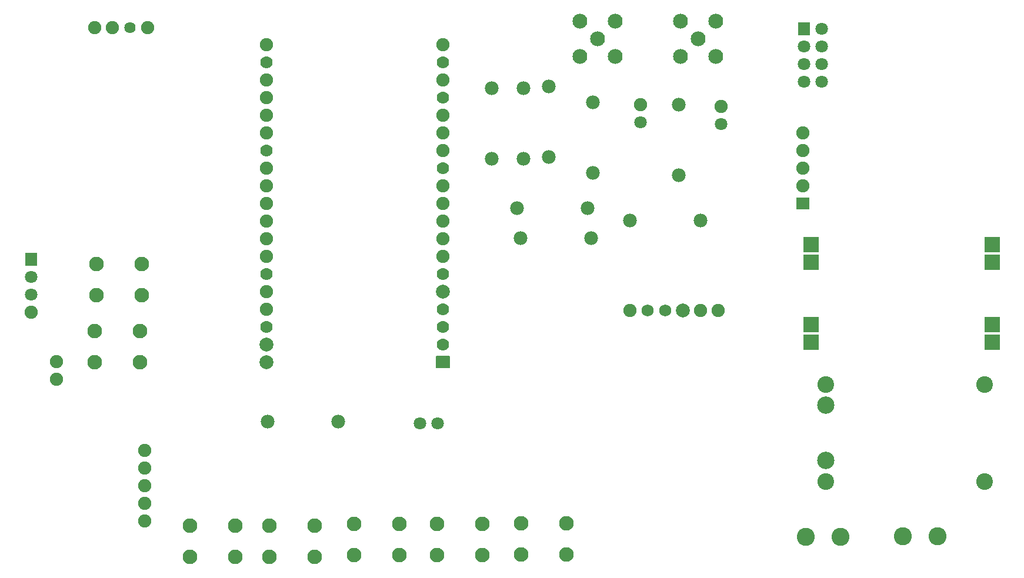
<source format=gbs>
G04 Layer: BottomSolderMaskLayer*
G04 EasyEDA v6.5.47, 2024-09-19 05:09:15*
G04 e78f94bf6dc54b698cf268439f808c62,20cc673dbd184c8ca6733993ffc9aab1,10*
G04 Gerber Generator version 0.2*
G04 Scale: 100 percent, Rotated: No, Reflected: No *
G04 Dimensions in millimeters *
G04 leading zeros omitted , absolute positions ,4 integer and 5 decimal *
%FSLAX45Y45*%
%MOMM*%

%AMMACRO1*4,1,8,-0.8921,-0.8556,-0.9516,-0.7961,-0.9516,0.7961,-0.8921,0.8556,0.8921,0.8556,0.9516,0.7961,0.9516,-0.7961,0.8921,-0.8556,-0.8921,-0.8556,0*%
%AMMACRO2*4,1,8,-0.8085,-0.9508,-0.8382,-0.921,-0.8382,0.9211,-0.8085,0.9508,0.8084,0.9508,0.8382,0.9211,0.8382,-0.921,0.8084,-0.9508,-0.8085,-0.9508,0*%
%AMMACRO3*4,1,8,-0.9421,-0.889,-1.0016,-0.8295,-1.0016,0.8295,-0.9421,0.889,0.9421,0.889,1.0016,0.8295,1.0016,-0.8295,0.9421,-0.889,-0.9421,-0.889,0*%
%AMMACRO4*4,1,8,-0.8211,-0.9008,-0.8508,-0.871,-0.8508,0.8711,-0.8211,0.9008,0.821,0.9008,0.8508,0.8711,0.8508,-0.871,0.821,-0.9008,-0.8211,-0.9008,0*%
%AMMACRO5*4,1,8,-1.0421,-1.1016,-1.1016,-1.0421,-1.1016,1.0421,-1.0421,1.1016,1.0421,1.1016,1.1016,1.0421,1.1016,-1.0421,1.0421,-1.1016,-1.0421,-1.1016,0*%
%ADD10MACRO1*%
%ADD11C,1.9032*%
%ADD12C,2.6016*%
%ADD13C,2.1336*%
%ADD14C,2.1016*%
%ADD15C,1.9016*%
%ADD16C,1.6256*%
%ADD17C,2.4032*%
%ADD18C,2.5032*%
%ADD19MACRO2*%
%ADD20C,1.8016*%
%ADD21C,1.7780*%
%ADD22C,2.0032*%
%ADD23MACRO3*%
%ADD24C,1.7272*%
%ADD25MACRO4*%
%ADD26MACRO5*%
%ADD27C,1.9812*%

%LPD*%
D10*
G01*
X12725401Y6489700D03*
D11*
G01*
X12725400Y6743700D03*
G01*
X12725400Y6997700D03*
G01*
X12725400Y7251700D03*
G01*
X12725400Y7505700D03*
D12*
G01*
X14664943Y1701800D03*
G01*
X14164056Y1701800D03*
D13*
G01*
X11214100Y8864600D03*
G01*
X10960100Y9118600D03*
G01*
X10960100Y8610600D03*
G01*
X11468100Y8610600D03*
G01*
X11468100Y9118600D03*
G01*
X9766300Y8864600D03*
G01*
X9512300Y9118600D03*
G01*
X9512300Y8610600D03*
G01*
X10020300Y8610600D03*
G01*
X10020300Y9118600D03*
D14*
G01*
X3904106Y1400606D03*
G01*
X4554093Y1400606D03*
G01*
X4554093Y1850593D03*
G01*
X3904106Y1850593D03*
G01*
X5047106Y1400606D03*
G01*
X5697093Y1400606D03*
G01*
X5697093Y1850593D03*
G01*
X5047106Y1850593D03*
G01*
X6266306Y1426006D03*
G01*
X6916293Y1426006D03*
G01*
X6916293Y1875993D03*
G01*
X6266306Y1875993D03*
G01*
X7460106Y1426006D03*
G01*
X8110093Y1426006D03*
G01*
X8110093Y1875993D03*
G01*
X7460106Y1875993D03*
G01*
X8666606Y1438706D03*
G01*
X9316593Y1438706D03*
G01*
X9316593Y1888693D03*
G01*
X8666606Y1888693D03*
D15*
G01*
X3290188Y9018193D03*
D16*
G01*
X3036188Y9018193D03*
D15*
G01*
X2782188Y9018193D03*
G01*
X2528188Y9018193D03*
D17*
G01*
X15341600Y2489200D03*
G01*
X15341600Y3886200D03*
G01*
X13055600Y2489200D03*
G01*
X13055600Y3886200D03*
D18*
G01*
X13055600Y2789199D03*
G01*
X13055600Y3586200D03*
D14*
G01*
X2557906Y5172506D03*
G01*
X3207893Y5172506D03*
G01*
X3207893Y5622493D03*
G01*
X2557906Y5622493D03*
D19*
G01*
X1612900Y5689600D03*
D20*
G01*
X1612900Y5435600D03*
G01*
X1612900Y5181600D03*
D15*
G01*
X1612900Y4927600D03*
D14*
G01*
X2532506Y4207306D03*
G01*
X3182493Y4207306D03*
G01*
X3182493Y4657293D03*
G01*
X2532506Y4657293D03*
D11*
G01*
X7543800Y8775700D03*
D21*
G01*
X7543800Y8521700D03*
G01*
X7543800Y8013700D03*
D11*
G01*
X7543800Y8267700D03*
G01*
X7543800Y7251700D03*
D21*
G01*
X7543800Y6997700D03*
D11*
G01*
X7543800Y7505700D03*
G01*
X7543800Y7759700D03*
G01*
X7543800Y5727700D03*
D21*
G01*
X7543800Y5473700D03*
G01*
X7543800Y4965700D03*
D22*
G01*
X7543800Y5219700D03*
D11*
G01*
X7543800Y6235700D03*
G01*
X7543800Y5981700D03*
G01*
X7543800Y6489700D03*
G01*
X7543800Y6743700D03*
D21*
G01*
X7543800Y4711700D03*
G01*
X7543800Y4457700D03*
D23*
G01*
X7543800Y4203700D03*
D22*
G01*
X5003800Y4203700D03*
G01*
X5003800Y4457700D03*
D21*
G01*
X5003800Y4711700D03*
D11*
G01*
X5003800Y6743700D03*
G01*
X5003800Y6489700D03*
G01*
X5003800Y5981700D03*
G01*
X5003800Y6235700D03*
G01*
X5003800Y5219700D03*
G01*
X5003800Y4965700D03*
D21*
G01*
X5003800Y5473700D03*
D11*
G01*
X5003800Y5727700D03*
G01*
X5003800Y7759700D03*
G01*
X5003800Y7505700D03*
G01*
X5003800Y6997700D03*
D21*
G01*
X5003800Y7251700D03*
D11*
G01*
X5003800Y8267700D03*
G01*
X5003800Y8013700D03*
D21*
G01*
X5003800Y8521700D03*
D11*
G01*
X5003800Y8775700D03*
G01*
X11506200Y4953000D03*
G01*
X11252200Y4953000D03*
D22*
G01*
X10998200Y4953000D03*
D24*
G01*
X10744200Y4953000D03*
G01*
X10490200Y4953000D03*
D11*
G01*
X10236200Y4953000D03*
D20*
G01*
X12991007Y8246897D03*
G01*
X12737007Y8246897D03*
G01*
X12991007Y8500897D03*
G01*
X12737007Y8500897D03*
G01*
X12991007Y8754897D03*
G01*
X12737007Y8754897D03*
G01*
X12991007Y9008897D03*
D25*
G01*
X12737007Y9008896D03*
D15*
G01*
X3253104Y2934030D03*
G01*
X3253104Y2680030D03*
G01*
X3253104Y2426030D03*
G01*
X3253104Y2172030D03*
G01*
X3253104Y1918030D03*
D12*
G01*
X13267943Y1689100D03*
G01*
X12767056Y1689100D03*
D26*
G01*
X12846400Y5642000D03*
G01*
X12846400Y5896000D03*
G01*
X12846400Y4496000D03*
G01*
X12846400Y4750000D03*
G01*
X15446400Y4496000D03*
G01*
X15446400Y4750000D03*
G01*
X15446400Y5642000D03*
G01*
X15446400Y5896000D03*
D20*
G01*
X7467600Y3327400D03*
G01*
X7213600Y3327400D03*
G01*
X11544300Y7632700D03*
D15*
G01*
X11544300Y7886700D03*
D20*
G01*
X10388600Y7658100D03*
D15*
G01*
X10388600Y7912100D03*
D27*
G01*
X10236200Y6248400D03*
G01*
X11252200Y6248400D03*
G01*
X10934700Y6896100D03*
G01*
X10934700Y7912100D03*
G01*
X9702800Y6934200D03*
G01*
X9702800Y7950200D03*
G01*
X9067800Y8178800D03*
G01*
X9067800Y7162800D03*
G01*
X8242300Y7137400D03*
G01*
X8242300Y8153400D03*
G01*
X5016500Y3352800D03*
G01*
X6032500Y3352800D03*
G01*
X9626600Y6426200D03*
G01*
X8610600Y6426200D03*
G01*
X8661400Y5994400D03*
G01*
X9677400Y5994400D03*
G01*
X8699500Y7137400D03*
G01*
X8699500Y8153400D03*
D15*
G01*
X1981200Y3962400D03*
G01*
X1981200Y4216400D03*
M02*

</source>
